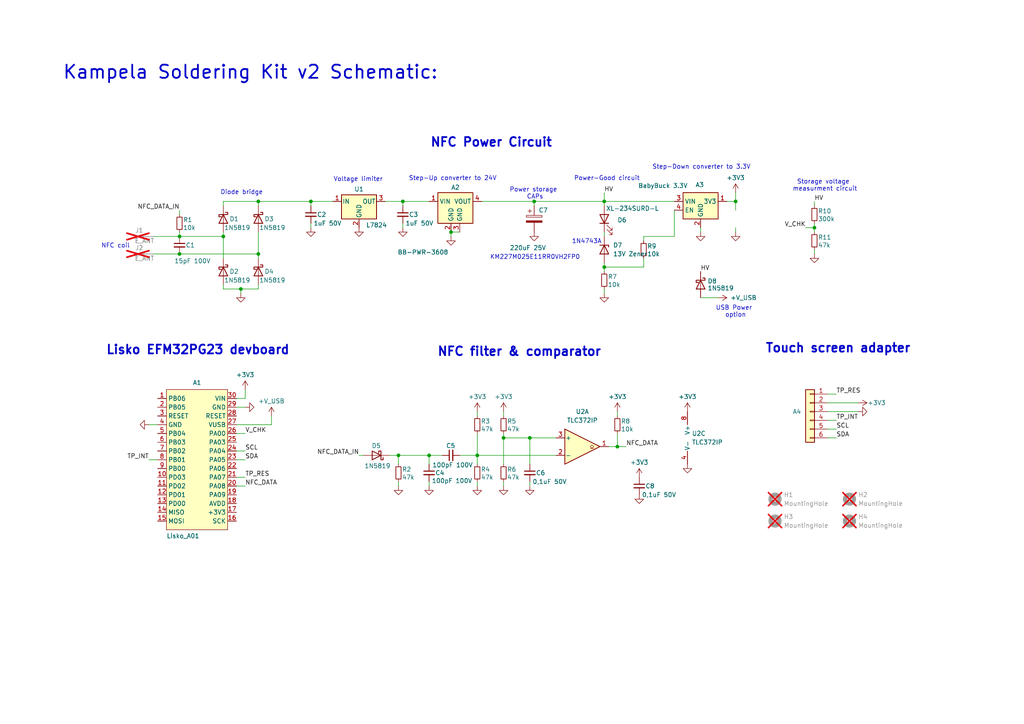
<source format=kicad_sch>
(kicad_sch (version 20231120) (generator "eeschema") (generator_version "8.0")
  (paper "A4")
  (lib_symbols
    (symbol "BB-PWR-3608:BB-PWR-3608"
      (property "Reference" "A" (at -10.16 4.318 0))
      (property "Value" "BB-PWR-3608" (at -10.16 -11.176 0))
      (symbol "BB-PWR-3608_1_1"
        (rectangle (start -10.16 2.54) (end 0 -6.35) (stroke (width 0.254)) (fill (type background)))
        (pin power_in line (at -12.7 0 0) (length 2.54) (name "VIN") (number "1"))
        (pin power_in line (at -6.35 -8.89 90) (length 2.54) (name "GND") (number "2"))
        (pin power_out line (at -3.81 -8.89 90) (length 2.54) (name "GND") (number "3"))
        (pin power_out line (at 2.54 0 180) (length 2.54) (name "VOUT") (number "4"))
      )
    )
    (symbol "Comparator:LM2903" (pin_names (offset 0.127))
      (property "Reference" "U" (at 3.81 3.81 0))
      (property "Value" "LM2903" (at 6.35 -3.81 0))
      (symbol "LM2903_1_1"
        (polyline (pts (xy -5.08 5.08) (xy 5.08 0) (xy -5.08 -5.08) (xy -5.08 5.08)) (stroke (width 0.254)) (fill (type background)))
        (polyline (pts (xy 3.302 -0.508) (xy 2.794 -0.508) (xy 3.302 0) (xy 2.794 0.508) (xy 2.286 0) (xy 2.794 -0.508) (xy 2.286 -0.508)) (stroke (width 0.127)))
        (pin open_collector line (at 7.62 0 180) (length 2.54) (name "~") (number "1"))
        (pin input line (at -7.62 -2.54 0) (length 2.54) (name "-") (number "2"))
        (pin input line (at -7.62 2.54 0) (length 2.54) (name "+") (number "3"))
      )
      (symbol "LM2903_2_1"
        (polyline (pts (xy -5.08 5.08) (xy 5.08 0) (xy -5.08 -5.08) (xy -5.08 5.08)) (stroke (width 0.254)) (fill (type background)))
        (polyline (pts (xy 3.302 -0.508) (xy 2.794 -0.508) (xy 3.302 0) (xy 2.794 0.508) (xy 2.286 0) (xy 2.794 -0.508) (xy 2.286 -0.508)) (stroke (width 0.127)))
        (pin input line (at -7.62 2.54 0) (length 2.54) (name "+") (number "5"))
        (pin input line (at -7.62 -2.54 0) (length 2.54) (name "-") (number "6"))
        (pin open_collector line (at 7.62 0 180) (length 2.54) (name "~") (number "7"))
      )
      (symbol "LM2903_3_1"
        (pin power_in line (at -2.54 -7.62 90) (length 3.81) (name "V-") (number "4"))
        (pin power_in line (at -2.54 7.62 270) (length 3.81) (name "V+") (number "8"))
      )
    )
    (symbol "Connector:Conn_01x01_Male" (pin_numbers hide) (pin_names (offset 1.016) hide)
      (property "Reference" "J" (at 0 2.54 0))
      (property "Value" "Conn_01x01_Male" (at 0 -2.54 0))
      (symbol "Conn_01x01_Male_1_1"
        (polyline (pts (xy 1.27 0) (xy 0.8636 0)) (stroke (width 0.1524)))
        (rectangle (start 0.8636 0.127) (end 0 -0.127) (stroke (width 0.1524)) (fill (type outline)))
        (pin passive line (at 5.08 0 180) (length 3.81) (name "Pin_1") (number "1"))
      )
    )
    (symbol "Connector_Generic:Conn_01x06" (pin_names (offset 1.016) hide)
      (property "Reference" "J" (at 0 7.62 0))
      (property "Value" "Conn_01x06" (at 0 -10.16 0))
      (symbol "Conn_01x06_1_1"
        (rectangle (start -1.27 -7.493) (end 0 -7.747) (stroke (width 0.1524)))
        (rectangle (start -1.27 -4.953) (end 0 -5.207) (stroke (width 0.1524)))
        (rectangle (start -1.27 -2.413) (end 0 -2.667) (stroke (width 0.1524)))
        (rectangle (start -1.27 0.127) (end 0 -0.127) (stroke (width 0.1524)))
        (rectangle (start -1.27 2.667) (end 0 2.413) (stroke (width 0.1524)))
        (rectangle (start -1.27 5.207) (end 0 4.953) (stroke (width 0.1524)))
        (rectangle (start -1.27 6.35) (end 1.27 -8.89) (stroke (width 0.254)) (fill (type background)))
        (pin passive line (at -5.08 5.08 0) (length 3.81) (name "Pin_1") (number "1"))
        (pin passive line (at -5.08 2.54 0) (length 3.81) (name "Pin_2") (number "2"))
        (pin passive line (at -5.08 0 0) (length 3.81) (name "Pin_3") (number "3"))
        (pin passive line (at -5.08 -2.54 0) (length 3.81) (name "Pin_4") (number "4"))
        (pin passive line (at -5.08 -5.08 0) (length 3.81) (name "Pin_5") (number "5"))
        (pin passive line (at -5.08 -7.62 0) (length 3.81) (name "Pin_6") (number "6"))
      )
    )
    (symbol "Device:C_Polarized" (pin_numbers hide) (pin_names (offset 0.254))
      (property "Reference" "C" (at 0.635 2.54 0))
      (property "Value" "C_Polarized" (at 0.635 -2.54 0))
      (symbol "C_Polarized_0_1"
        (rectangle (start -2.286 0.508) (end 2.286 1.016))
        (polyline (pts (xy -1.778 2.286) (xy -0.762 2.286)))
        (polyline (pts (xy -1.27 2.794) (xy -1.27 1.778)))
        (rectangle (start 2.286 -0.508) (end -2.286 -1.016) (fill (type outline)))
      )
      (symbol "C_Polarized_1_1"
        (pin passive line (at 0 3.81 270) (length 2.794) (name "~") (number "1"))
        (pin passive line (at 0 -3.81 90) (length 2.794) (name "~") (number "2"))
      )
    )
    (symbol "Device:C_Small" (pin_numbers hide) (pin_names (offset 0.254) hide)
      (property "Reference" "C" (at 0.254 1.778 0))
      (property "Value" "C_Small" (at 0.254 -2.032 0))
      (symbol "C_Small_0_1"
        (polyline (pts (xy -1.524 -0.508) (xy 1.524 -0.508)) (stroke (width 0.3302)))
        (polyline (pts (xy -1.524 0.508) (xy 1.524 0.508)) (stroke (width 0.3048)))
      )
      (symbol "C_Small_1_1"
        (pin passive line (at 0 2.54 270) (length 2.032) (name "~") (number "1"))
        (pin passive line (at 0 -2.54 90) (length 2.032) (name "~") (number "2"))
      )
    )
    (symbol "Device:D_Schottky" (pin_numbers hide) (pin_names (offset 1.016) hide)
      (property "Reference" "D" (at 0 2.54 0))
      (property "Value" "D_Schottky" (at 0 -2.54 0))
      (symbol "D_Schottky_0_1"
        (polyline (pts (xy 1.27 0) (xy -1.27 0)))
        (polyline (pts (xy 1.27 1.27) (xy 1.27 -1.27) (xy -1.27 0) (xy 1.27 1.27)) (stroke (width 0.254)))
        (polyline (pts (xy -1.905 0.635) (xy -1.905 1.27) (xy -1.27 1.27) (xy -1.27 -1.27) (xy -0.635 -1.27) (xy -0.635 -0.635)) (stroke (width 0.254)))
      )
      (symbol "D_Schottky_1_1"
        (pin passive line (at -3.81 0 0) (length 2.54) (name "K") (number "1"))
        (pin passive line (at 3.81 0 180) (length 2.54) (name "A") (number "2"))
      )
    )
    (symbol "Device:D_Zener" (pin_numbers hide) (pin_names (offset 1.016) hide)
      (property "Reference" "D" (at 0 2.54 0))
      (property "Value" "D_Zener" (at 0 -2.54 0))
      (symbol "D_Zener_0_1"
        (polyline (pts (xy 1.27 0) (xy -1.27 0)))
        (polyline (pts (xy -1.27 -1.27) (xy -1.27 1.27) (xy -0.762 1.27)) (stroke (width 0.254)))
        (polyline (pts (xy 1.27 -1.27) (xy 1.27 1.27) (xy -1.27 0) (xy 1.27 -1.27)) (stroke (width 0.254)))
      )
      (symbol "D_Zener_1_1"
        (pin passive line (at -3.81 0 0) (length 2.54) (name "K") (number "1"))
        (pin passive line (at 3.81 0 180) (length 2.54) (name "A") (number "2"))
      )
    )
    (symbol "Device:LED" (pin_numbers hide) (pin_names (offset 1.016) hide)
      (property "Reference" "D" (at 0 2.54 0))
      (property "Value" "LED" (at 0 -2.54 0))
      (symbol "LED_0_1"
        (polyline (pts (xy -1.27 -1.27) (xy -1.27 1.27)) (stroke (width 0.254)))
        (polyline (pts (xy -1.27 0) (xy 1.27 0)))
        (polyline (pts (xy 1.27 -1.27) (xy 1.27 1.27) (xy -1.27 0) (xy 1.27 -1.27)) (stroke (width 0.254)))
        (polyline (pts (xy -3.048 -0.762) (xy -4.572 -2.286) (xy -3.81 -2.286) (xy -4.572 -2.286) (xy -4.572 -1.524)))
        (polyline (pts (xy -1.778 -0.762) (xy -3.302 -2.286) (xy -2.54 -2.286) (xy -3.302 -2.286) (xy -3.302 -1.524)))
      )
      (symbol "LED_1_1"
        (pin passive line (at -3.81 0 0) (length 2.54) (name "K") (number "1"))
        (pin passive line (at 3.81 0 180) (length 2.54) (name "A") (number "2"))
      )
    )
    (symbol "Device:R_Small" (pin_numbers hide) (pin_names (offset 0.254) hide)
      (property "Reference" "R" (at 0.762 0.508 0))
      (property "Value" "R_Small" (at 0.762 -1.016 0))
      (symbol "R_Small_0_1"
        (rectangle (start -0.762 1.778) (end 0.762 -1.778) (stroke (width 0.2032)))
      )
      (symbol "R_Small_1_1"
        (pin passive line (at 0 2.54 270) (length 0.762) (name "~") (number "1"))
        (pin passive line (at 0 -2.54 90) (length 0.762) (name "~") (number "2"))
      )
    )
    (symbol "Lisko_A01:Lisko_A01"
      (property "Reference" "D" (at 3.048 4.826 0))
      (property "Value" "Lisko_A01" (at 7.366 -39.878 0))
      (symbol "Lisko_A01_1_1"
        (rectangle (start 2.54 2.54) (end 20.32 -38.1) (fill (type background)))
        (pin bidirectional line (at 0 0 0) (length 2.54) (name "PB06") (number "1"))
        (pin input line (at 0 -22.86 0) (length 2.54) (name "PD03") (number "10"))
        (pin input line (at 0 -25.4 0) (length 2.54) (name "PD02") (number "11"))
        (pin input line (at 0 -27.94 0) (length 2.54) (name "PD01") (number "12"))
        (pin input line (at 0 -30.48 0) (length 2.54) (name "PD00") (number "13"))
        (pin input line (at 0 -33.02 0) (length 2.54) (name "MISO") (number "14"))
        (pin output line (at 0 -35.56 0) (length 2.54) (name "MOSI") (number "15"))
        (pin output line (at 22.86 -35.56 180) (length 2.54) (name "SCK") (number "16"))
        (pin power_out line (at 22.86 -33.02 180) (length 2.54) (name "+3V3") (number "17"))
        (pin power_in line (at 22.86 -30.48 180) (length 2.54) (name "AVDD") (number "18"))
        (pin bidirectional line (at 22.86 -27.94 180) (length 2.54) (name "PA09") (number "19"))
        (pin bidirectional line (at 0 -2.54 0) (length 2.54) (name "PB05") (number "2"))
        (pin bidirectional line (at 22.86 -25.4 180) (length 2.54) (name "PA08") (number "20"))
        (pin bidirectional line (at 22.86 -22.86 180) (length 2.54) (name "PA07") (number "21"))
        (pin bidirectional line (at 22.86 -20.32 180) (length 2.54) (name "PA06") (number "22"))
        (pin bidirectional line (at 22.86 -17.78 180) (length 2.54) (name "PA05") (number "23"))
        (pin bidirectional line (at 22.86 -15.24 180) (length 2.54) (name "PA04") (number "24"))
        (pin bidirectional line (at 22.86 -12.7 180) (length 2.54) (name "PA03") (number "25"))
        (pin bidirectional line (at 22.86 -10.16 180) (length 2.54) (name "PA00") (number "26"))
        (pin power_out line (at 22.86 -7.62 180) (length 2.54) (name "VUSB") (number "27"))
        (pin input line (at 22.86 -5.08 180) (length 2.54) (name "RESET") (number "28"))
        (pin power_in line (at 22.86 -2.54 180) (length 2.54) (name "GND") (number "29"))
        (pin input line (at 0 -5.08 0) (length 2.54) (name "RESET") (number "3"))
        (pin power_in line (at 22.86 0 180) (length 2.54) (name "VIN") (number "30"))
        (pin power_in line (at 0 -7.62 0) (length 2.54) (name "GND") (number "4"))
        (pin input line (at 0 -10.16 0) (length 2.54) (name "PB04") (number "5"))
        (pin input line (at 0 -12.7 0) (length 2.54) (name "PB03") (number "6"))
        (pin input line (at 0 -15.24 0) (length 2.54) (name "PB02") (number "7"))
        (pin input line (at 0 -17.78 0) (length 2.54) (name "PB01") (number "8"))
        (pin input line (at 0 -20.32 0) (length 2.54) (name "PB00") (number "9"))
      )
    )
    (symbol "Mechanical:MountingHole" (pin_names (offset 1.016))
      (property "Reference" "H" (at 0 5.08 0))
      (property "Value" "MountingHole" (at 0 3.175 0))
      (symbol "MountingHole_0_1"
        (circle (center 0 0) (radius 1.27) (stroke (width 1.27)))
      )
    )
    (symbol "Modules_Power:SparkFun_BabyBuck_3.3V"
      (property "Reference" "A" (at -10.414 6.604 0))
      (property "Value" "SparkFun BabyBuck 3.3V (AP63203)" (at 7.112 4.318 0))
      (symbol "SparkFun_BabyBuck_3.3V_1_1"
        (rectangle (start -10.16 2.54) (end 0 -5.08) (stroke (width 0.254)) (fill (type background)))
        (pin power_out line (at 2.54 0 180) (length 2.54) (name "3V3") (number "1"))
        (pin power_in line (at -5.08 -7.62 90) (length 2.54) (name "GND") (number "2"))
        (pin power_in line (at -12.7 0 0) (length 2.54) (name "VIN") (number "3"))
        (pin input line (at -12.7 -2.54 0) (length 2.54) (name "EN") (number "4"))
      )
    )
    (symbol "Regulator_Linear:L7824" (pin_names (offset 0.254))
      (property "Reference" "U" (at -3.81 3.175 0))
      (property "Value" "L7824" (at 0 3.175 0))
      (symbol "L7824_0_1"
        (rectangle (start -5.08 1.905) (end 5.08 -5.08) (stroke (width 0.254)) (fill (type background)))
      )
      (symbol "L7824_1_1"
        (pin power_in line (at -7.62 0 0) (length 2.54) (name "IN") (number "1"))
        (pin power_in line (at 0 -7.62 90) (length 2.54) (name "GND") (number "2"))
        (pin power_out line (at 7.62 0 180) (length 2.54) (name "OUT") (number "3"))
      )
    )
    (symbol "power:GND" (power) (pin_names (offset 0))
      (property "Value" "GND" (at 0 -3.81 0))
      (symbol "GND_0_1"
        (polyline (pts (xy 0 0) (xy 0 -1.27) (xy 1.27 -1.27) (xy 0 -2.54) (xy -1.27 -1.27) (xy 0 -1.27)))
      )
      (symbol "GND_1_1"
        (pin power_in line (at 0 0 270) (length 0) hide (name "GND") (number "1"))
      )
    )
    (symbol "power:VCC" (power) (pin_names (offset 0))
      (property "Value" "VCC" (at 0 3.81 0))
      (symbol "VCC_0_1"
        (polyline (pts (xy -0.762 1.27) (xy 0 2.54)))
        (polyline (pts (xy 0 0) (xy 0 2.54)))
        (polyline (pts (xy 0 2.54) (xy 0.762 1.27)))
      )
      (symbol "VCC_1_1"
        (pin power_in line (at 0 0 90) (length 0) hide (name "VCC") (number "1"))
      )
    )
  )
  (junction (at 130.81 67.31))
  (junction (at 74.93 73.66))
  (junction (at 74.93 58.42))
  (junction (at 124.46 132.08))
  (junction (at 52.07 73.66))
  (junction (at 138.43 132.08))
  (junction (at 115.57 132.08))
  (junction (at 64.77 68.58))
  (junction (at 153.67 127))
  (junction (at 175.26 77.47))
  (junction (at 213.36 58.42))
  (junction (at 116.84 58.42))
  (junction (at 175.26 58.42))
  (junction (at 69.85 83.82))
  (junction (at 236.22 66.04))
  (junction (at 90.17 58.42))
  (junction (at 154.94 58.42))
  (junction (at 146.05 127))
  (junction (at 179.07 129.54))
  (junction (at 52.07 68.58))
  (wire (pts (xy 175.26 83.82) (xy 175.26 85.09)))
  (wire (pts (xy 213.36 58.42) (xy 210.82 58.42)))
  (wire (pts (xy 68.58 130.81) (xy 71.12 130.81)))
  (wire (pts (xy 43.18 123.19) (xy 45.72 123.19)))
  (wire (pts (xy 153.67 127) (xy 161.29 127)))
  (wire (pts (xy 115.57 132.08) (xy 113.03 132.08)))
  (wire (pts (xy 153.67 139.7) (xy 153.67 140.97)))
  (wire (pts (xy 43.18 133.35) (xy 45.72 133.35)))
  (wire (pts (xy 175.26 77.47) (xy 186.69 77.47)))
  (wire (pts (xy 195.58 68.58) (xy 186.69 68.58)))
  (wire (pts (xy 115.57 134.62) (xy 115.57 132.08)))
  (wire (pts (xy 138.43 125.73) (xy 138.43 132.08)))
  (wire (pts (xy 179.07 119.38) (xy 179.07 120.65)))
  (wire (pts (xy 236.22 58.42) (xy 236.22 59.69)))
  (wire (pts (xy 74.93 58.42) (xy 74.93 59.69)))
  (wire (pts (xy 64.77 83.82) (xy 69.85 83.82)))
  (wire (pts (xy 213.36 58.42) (xy 213.36 60.96)))
  (wire (pts (xy 175.26 58.42) (xy 195.58 58.42)))
  (wire (pts (xy 116.84 66.04) (xy 116.84 64.77)))
  (wire (pts (xy 116.84 58.42) (xy 124.46 58.42)))
  (wire (pts (xy 68.58 133.35) (xy 71.12 133.35)))
  (wire (pts (xy 175.26 76.2) (xy 175.26 77.47)))
  (wire (pts (xy 179.07 129.54) (xy 181.61 129.54)))
  (wire (pts (xy 90.17 58.42) (xy 90.17 59.69)))
  (wire (pts (xy 68.58 123.19) (xy 78.74 123.19)))
  (wire (pts (xy 179.07 129.54) (xy 179.07 125.73)))
  (wire (pts (xy 240.03 127) (xy 242.57 127)))
  (wire (pts (xy 44.45 68.58) (xy 52.07 68.58)))
  (wire (pts (xy 124.46 134.62) (xy 124.46 132.08)))
  (wire (pts (xy 236.22 64.77) (xy 236.22 66.04)))
  (wire (pts (xy 138.43 139.7) (xy 138.43 140.97)))
  (wire (pts (xy 138.43 132.08) (xy 161.29 132.08)))
  (wire (pts (xy 133.35 132.08) (xy 138.43 132.08)))
  (wire (pts (xy 71.12 115.57) (xy 68.58 115.57)))
  (wire (pts (xy 68.58 138.43) (xy 71.12 138.43)))
  (wire (pts (xy 146.05 119.38) (xy 146.05 120.65)))
  (wire (pts (xy 153.67 127) (xy 153.67 134.62)))
  (wire (pts (xy 64.77 59.69) (xy 64.77 58.42)))
  (wire (pts (xy 52.07 73.66) (xy 74.93 73.66)))
  (wire (pts (xy 64.77 68.58) (xy 64.77 74.93)))
  (wire (pts (xy 240.03 124.46) (xy 242.57 124.46)))
  (wire (pts (xy 124.46 132.08) (xy 128.27 132.08)))
  (wire (pts (xy 130.81 67.31) (xy 130.81 68.58)))
  (wire (pts (xy 139.7 58.42) (xy 154.94 58.42)))
  (wire (pts (xy 69.85 83.82) (xy 74.93 83.82)))
  (wire (pts (xy 104.14 132.08) (xy 105.41 132.08)))
  (wire (pts (xy 146.05 127) (xy 153.67 127)))
  (wire (pts (xy 74.93 73.66) (xy 74.93 74.93)))
  (wire (pts (xy 138.43 119.38) (xy 138.43 120.65)))
  (wire (pts (xy 116.84 58.42) (xy 116.84 59.69)))
  (wire (pts (xy 44.45 73.66) (xy 52.07 73.66)))
  (wire (pts (xy 154.94 58.42) (xy 154.94 59.69)))
  (wire (pts (xy 64.77 58.42) (xy 74.93 58.42)))
  (wire (pts (xy 175.26 58.42) (xy 175.26 59.69)))
  (wire (pts (xy 240.03 114.3) (xy 242.57 114.3)))
  (wire (pts (xy 236.22 72.39) (xy 236.22 73.66)))
  (wire (pts (xy 74.93 58.42) (xy 90.17 58.42)))
  (wire (pts (xy 213.36 55.88) (xy 213.36 58.42)))
  (wire (pts (xy 90.17 58.42) (xy 96.52 58.42)))
  (wire (pts (xy 175.26 77.47) (xy 175.26 78.74)))
  (wire (pts (xy 195.58 68.58) (xy 195.58 60.96)))
  (wire (pts (xy 138.43 132.08) (xy 138.43 134.62)))
  (wire (pts (xy 175.26 67.31) (xy 175.26 68.58)))
  (wire (pts (xy 74.93 67.31) (xy 74.93 73.66)))
  (wire (pts (xy 213.36 67.31) (xy 213.36 66.04)))
  (wire (pts (xy 52.07 68.58) (xy 64.77 68.58)))
  (wire (pts (xy 68.58 125.73) (xy 71.12 125.73)))
  (wire (pts (xy 133.35 67.31) (xy 130.81 67.31)))
  (wire (pts (xy 78.74 123.19) (xy 78.74 120.65)))
  (wire (pts (xy 90.17 66.04) (xy 90.17 64.77)))
  (wire (pts (xy 111.76 58.42) (xy 116.84 58.42)))
  (wire (pts (xy 74.93 83.82) (xy 74.93 82.55)))
  (wire (pts (xy 233.68 66.04) (xy 236.22 66.04)))
  (wire (pts (xy 64.77 82.55) (xy 64.77 83.82)))
  (wire (pts (xy 203.2 86.36) (xy 208.28 86.36)))
  (wire (pts (xy 124.46 139.7) (xy 124.46 140.97)))
  (wire (pts (xy 176.53 129.54) (xy 179.07 129.54)))
  (wire (pts (xy 68.58 118.11) (xy 71.12 118.11)))
  (wire (pts (xy 186.69 68.58) (xy 186.69 69.85)))
  (wire (pts (xy 115.57 132.08) (xy 124.46 132.08)))
  (wire (pts (xy 64.77 67.31) (xy 64.77 68.58)))
  (wire (pts (xy 146.05 125.73) (xy 146.05 127)))
  (wire (pts (xy 154.94 58.42) (xy 175.26 58.42)))
  (wire (pts (xy 71.12 113.03) (xy 71.12 115.57)))
  (wire (pts (xy 69.85 85.09) (xy 69.85 83.82)))
  (wire (pts (xy 203.2 66.04) (xy 203.2 67.31)))
  (wire (pts (xy 52.07 67.31) (xy 52.07 68.58)))
  (wire (pts (xy 175.26 55.88) (xy 175.26 58.42)))
  (wire (pts (xy 146.05 127) (xy 146.05 134.62)))
  (wire (pts (xy 52.07 60.96) (xy 52.07 62.23)))
  (wire (pts (xy 186.69 74.93) (xy 186.69 77.47)))
  (wire (pts (xy 115.57 139.7) (xy 115.57 140.97)))
  (wire (pts (xy 146.05 139.7) (xy 146.05 140.97)))
  (wire (pts (xy 240.03 121.92) (xy 242.57 121.92)))
  (wire (pts (xy 240.03 119.38) (xy 248.92 119.38)))
  (wire (pts (xy 248.92 116.84) (xy 240.03 116.84)))
  (wire (pts (xy 68.58 140.97) (xy 71.12 140.97)))
  (wire (pts (xy 236.22 66.04) (xy 236.22 67.31)))
  (text "1N4743A" (at 170.18 70.104 0) (effects (font (size 1.27 1.27))))
  (text "Lisko EFM32PG23 devboard" (at 57.404 101.6 0) (effects (font (size 2.54 2.54) (thickness 0.508) (bold yes))))
  (text "Kampela Soldering Kit v2 Schematic:" (at 72.644 21.082 0) (effects (font (size 3.81 3.81) (thickness 0.508) (bold yes))))
  (text "NFC Power Circuit" (at 142.494 41.402 0) (effects (font (size 2.54 2.54) (thickness 0.508) (bold yes))))
  (text "Step-Down converter to 3.3V" (at 203.454 48.514 0) (effects (font (size 1.27 1.27))))
  (text "KM227M025E11RR0VH2FP0" (at 155.194 74.676 0) (effects (font (size 1.27 1.27))))
  (text "USB Power \noption" (at 213.36 90.424 0) (effects (font (size 1.27 1.27))))
  (text "NFC filter & comparator\n" (at 150.622 102.108 0) (effects (font (size 2.54 2.54) (thickness 0.508) (bold yes))))
  (text "Voltage limiter" (at 103.886 52.07 0) (effects (font (size 1.27 1.27))))
  (text "Storage voltage \nmeasurment circuit" (at 239.268 53.848 0) (effects (font (size 1.27 1.27))))
  (text "Diode bridge" (at 70.104 55.88 0) (effects (font (size 1.27 1.27))))
  (text "Touch screen adapter" (at 243.078 101.092 0) (effects (font (size 2.54 2.54) (thickness 0.508) (bold yes))))
  (text "NFC coil" (at 33.528 71.374 0) (effects (font (size 1.27 1.27))))
  (text "Step-Up converter to 24V" (at 131.318 51.816 0) (effects (font (size 1.27 1.27))))
  (text "Power-Good circuit" (at 176.022 51.816 0) (effects (font (size 1.27 1.27))))
  (text "Power storage \nCAPs" (at 155.194 56.134 0) (effects (font (size 1.27 1.27))))
  (label "HV" (at 236.22 58.42 0))
  (label "NFC_DATA_IN" (at 52.07 60.96 180))
  (label "SCL" (at 71.12 130.81 0))
  (label "TP_INT" (at 43.18 133.35 180))
  (label "HV" (at 175.26 55.88 0))
  (label "TP_INT" (at 242.57 121.92 0))
  (label "V_CHK" (at 71.12 125.73 0))
  (label "SDA" (at 242.57 127 0))
  (label "NFC_DATA" (at 181.61 129.54 0))
  (label "HV" (at 203.2 78.74 0))
  (label "SDA" (at 71.12 133.35 0))
  (label "NFC_DATA" (at 71.12 140.97 0))
  (label "NFC_DATA_IN" (at 104.14 132.08 180))
  (label "V_CHK" (at 233.68 66.04 180))
  (label "SCL" (at 242.57 124.46 0))
  (label "TP_RES" (at 71.12 138.43 0))
  (label "TP_RES" (at 242.57 114.3 0))
  (symbol (lib_id "power:GND") (at 153.67 140.97 0) (unit 1)
    (property "Reference" "#PWR016" (effects (hide yes)))
    (property "Value" "GND" (effects (hide yes)))
    (property "Description" "Power symbol creates a global label with name \"GND\" , ground" (effects (hide yes)))
  )
  (symbol (lib_id "power:GND") (at 199.39 134.62 0) (unit 1)
    (property "Reference" "#PWR023" (effects (hide yes)))
    (property "Value" "GND" (effects (hide yes)))
    (property "Description" "Power symbol creates a global label with name \"GND\" , ground" (effects (hide yes)))
  )
  (symbol (lib_id "Device:C_Small") (at 90.17 62.23 0) (unit 1)
    (property "Reference" "C2" (at 91.948 62.23 0) (effects (justify left)))
    (property "Value" "1uF 50V" (at 90.932 64.77 0) (effects (justify left)))
    (property "Footprint" "Capacitor_THT:C_Disc_D5.0mm_W2.5mm_P2.50mm" (effects (hide yes)))
    (property "Description" "Unpolarized capacitor, small symbol" (effects (hide yes)))
    (property "LCSC Part #" "C5632434" (effects (hide yes)))
    (property "Mouser Part #" "81-RCER72A105K2DBH3A" (effects (hide yes)))
  )
  (symbol (lib_id "Connector_Generic:Conn_01x06") (at 234.95 119.38 0) (mirror y) (unit 1)
    (property "Reference" "A4" (at 232.41 119.3799 0) (effects (justify left)))
    (property "Value" " " (at 232.41 121.9199 0) (effects (justify left)))
    (property "Footprint" "touch-6pin-adapter:touch-6pin-adapter" (effects (hide yes)))
    (property "Description" "Generic connector, single row, 01x06, script generated (kicad-library-utils/schlib/autogen/connector/)" (effects (hide yes)))
    (property "LCSC Part #" "-" (effects (hide yes)))
    (property "Mouser Part #" "-" (effects (hide yes)))
  )
  (symbol (lib_id "power:GND") (at 90.17 66.04 0) (unit 1)
    (property "Reference" "#PWR06" (effects (hide yes)))
    (property "Value" "GND" (effects (hide yes)))
    (property "Description" "Power symbol creates a global label with name \"GND\" , ground" (effects (hide yes)))
  )
  (symbol (lib_id "Device:R_Small") (at 236.22 69.85 0) (unit 1)
    (property "Reference" "R11" (at 237.236 68.834 0) (effects (justify left)))
    (property "Value" "47k" (at 237.236 71.12 0) (effects (justify left)))
    (property "Footprint" "Resistor_THT:R_Axial_DIN0204_L3.6mm_D1.6mm_P5.08mm_Horizontal" (effects (hide yes)))
    (property "Description" "Resistor, small symbol" (effects (hide yes)))
    (property "LCSC Part #" "C274421" (effects (hide yes)))
    (property "Mouser Part #" "303-MF0W8FF4702B00" (effects (hide yes)))
  )
  (symbol (lib_id "power:GND") (at 213.36 67.31 0) (unit 1)
    (property "Reference" "#PWR027" (effects (hide yes)))
    (property "Value" "GND" (effects (hide yes)))
    (property "Description" "Power symbol creates a global label with name \"GND\" , ground" (effects (hide yes)))
  )
  (symbol (lib_id "Device:R_Small") (at 175.26 81.28 0) (unit 1)
    (property "Reference" "R7" (at 176.276 80.264 0) (effects (justify left)))
    (property "Value" "10k" (at 176.276 82.55 0) (effects (justify left)))
    (property "Footprint" "Resistor_THT:R_Axial_DIN0204_L3.6mm_D1.6mm_P5.08mm_Horizontal" (effects (hide yes)))
    (property "Description" "Resistor, small symbol" (effects (hide yes)))
    (property "LCSC Part #" "C2903381" (effects (hide yes)))
    (property "Mouser Part #" "303-MF0W8FF1002A20" (effects (hide yes)))
  )
  (symbol (lib_id "Device:D_Schottky") (at 74.93 63.5 270) (unit 1)
    (property "Reference" "D3" (at 76.708 63.5 90) (effects (justify left)))
    (property "Value" "1N5819" (at 75.184 66.04 90) (effects (justify left)))
    (property "Footprint" "Diode_THT:D_DO-41_SOD81_P7.62mm_Horizontal" (effects (hide yes)))
    (property "Description" "Schottky diode" (effects (hide yes)))
    (property "LCSC Part #" "C2474" (effects (hide yes)))
    (property "Mouser Part #" "637-1N5819" (effects (hide yes)))
  )
  (symbol (lib_id "Device:R_Small") (at 146.05 123.19 0) (unit 1)
    (property "Reference" "R5" (at 147.066 122.174 0) (effects (justify left)))
    (property "Value" "47k" (at 147.066 124.46 0) (effects (justify left)))
    (property "Footprint" "Resistor_THT:R_Axial_DIN0204_L3.6mm_D1.6mm_P5.08mm_Horizontal" (effects (hide yes)))
    (property "Description" "Resistor, small symbol" (effects (hide yes)))
    (property "LCSC Part #" "C274421" (effects (hide yes)))
    (property "Mouser Part #" "303-MF0W8FF4702B00" (effects (hide yes)))
  )
  (symbol (lib_id "power:GND") (at 236.22 73.66 0) (unit 1)
    (property "Reference" "#PWR028" (effects (hide yes)))
    (property "Value" "GND" (effects (hide yes)))
    (property "Description" "Power symbol creates a global label with name \"GND\" , ground" (effects (hide yes)))
  )
  (symbol (lib_id "Connector:Conn_01x01_Male") (at 39.37 68.58 0) (mirror x) (unit 1) (dnp yes)
    (property "Reference" "J1" (at 40.386 66.802 0))
    (property "Value" "E_ANT" (at 41.91 69.85 0))
    (property "Footprint" "SMD_Pads:Pad_1.8x3" (effects (hide yes)))
    (property "LCSC Part #" "-" (effects (hide yes)))
    (property "Mouser Part #" "-" (effects (hide yes)))
  )
  (symbol (lib_id "power:GND") (at 115.57 140.97 0) (unit 1)
    (property "Reference" "#PWR08" (effects (hide yes)))
    (property "Value" "GND" (effects (hide yes)))
    (property "Description" "Power symbol creates a global label with name \"GND\" , ground" (effects (hide yes)))
  )
  (symbol (lib_id "power:VCC") (at 71.12 113.03 0) (unit 1)
    (property "Reference" "#PWR03" (effects (hide yes)))
    (property "Value" "+3V3" (at 71.12 108.712 0))
    (property "Description" "Power symbol creates a global label with name \"VCC\"" (effects (hide yes)))
  )
  (symbol (lib_id "Device:C_Polarized") (at 154.94 63.5 0) (unit 1)
    (property "Reference" "C7" (at 156.21 60.96 0) (effects (justify left)))
    (property "Value" "220uF 25V" (at 147.828 71.882 0) (effects (justify left)))
    (property "Footprint" "CAP_RADIAL_6.3_2.5_11_HOR:CAP_RADIAL_6.3_2.5_11_HOR-DIP" (effects (hide yes)))
    (property "Datasheet" "https://www.lcsc.com/product-detail/Aluminum-Electrolytic-Capacitors-Leaded_CX-Dongguan-Chengxing-Elec-KM227M025E11RR0VH2FP0_C12450.html" (effects (hide yes)))
    (property "Description" "Polarized capacitor" (effects (hide yes)))
    (property "LCSC Part #" "C12450" (effects (hide yes)))
    (property "Mouser Part #" "710-860010473011" (effects (hide yes)))
  )
  (symbol (lib_id "power:VCC") (at 208.28 86.36 270) (unit 1)
    (property "Reference" "#PWR025" (effects (hide yes)))
    (property "Value" "+V_USB" (at 215.646 86.36 90))
    (property "Description" "Power symbol creates a global label with name \"VCC\"" (effects (hide yes)))
  )
  (symbol (lib_id "power:GND") (at 138.43 140.97 0) (unit 1)
    (property "Reference" "#PWR013" (effects (hide yes)))
    (property "Value" "GND" (effects (hide yes)))
    (property "Description" "Power symbol creates a global label with name \"GND\" , ground" (effects (hide yes)))
  )
  (symbol (lib_id "power:VCC") (at 213.36 55.88 0) (unit 1)
    (property "Reference" "#PWR026" (effects (hide yes)))
    (property "Value" "+3V3" (at 213.36 51.562 0))
    (property "Description" "Power symbol creates a global label with name \"VCC\"" (effects (hide yes)))
  )
  (symbol (lib_id "Connector:Conn_01x01_Male") (at 39.37 73.66 0) (mirror x) (unit 1) (dnp yes)
    (property "Reference" "J2" (at 40.386 71.882 0))
    (property "Value" "E_ANT" (at 41.91 74.93 0))
    (property "Footprint" "SMD_Pads:Pad_1.8x3" (effects (hide yes)))
    (property "LCSC Part #" "-" (effects (hide yes)))
    (property "Mouser Part #" "-" (effects (hide yes)))
  )
  (symbol (lib_id "Lisko_A01:Lisko_A01") (at 45.72 115.57 0) (unit 1)
    (property "Reference" "A1" (at 57.15 110.998 0))
    (property "Value" "Lisko_A01" (at 53.086 155.448 0))
    (property "Footprint" "Lisko_A01:Lisko_A01-DIP-only" (effects (hide yes)))
    (property "Datasheet" "https://github.com/Alzymologist/Lisko" (effects (hide yes)))
    (property "Description" "Lisko - EFM32PG23 micro devboard" (effects (hide yes)))
    (property "LCSC Part #" "-" (effects (hide yes)))
    (property "Mouser Part #" "-" (effects (hide yes)))
  )
  (symbol (lib_id "power:GND") (at 116.84 66.04 0) (unit 1)
    (property "Reference" "#PWR09" (effects (hide yes)))
    (property "Value" "GND" (effects (hide yes)))
    (property "Description" "Power symbol creates a global label with name \"GND\" , ground" (effects (hide yes)))
  )
  (symbol (lib_id "power:GND") (at 248.92 119.38 90) (unit 1)
    (property "Reference" "#PWR031" (effects (hide yes)))
    (property "Value" "GND" (effects (hide yes)))
    (property "Description" "Power symbol creates a global label with name \"GND\" , ground" (effects (hide yes)))
  )
  (symbol (lib_id "Mechanical:MountingHole") (at 224.79 144.78 0) (unit 1) (dnp yes)
    (property "Reference" "H1" (at 227.33 143.5099 0) (effects (justify left)))
    (property "Value" "MountingHole" (at 227.33 146.0499 0) (effects (justify left)))
    (property "Footprint" "MountingHole:MountingHole_2.1mm" (effects (hide yes)))
    (property "Description" "Mounting Hole without connection" (effects (hide yes)))
  )
  (symbol (lib_id "Device:R_Small") (at 236.22 62.23 0) (unit 1)
    (property "Reference" "R10" (at 237.236 61.214 0) (effects (justify left)))
    (property "Value" "300k" (at 237.236 63.5 0) (effects (justify left)))
    (property "Footprint" "Resistor_THT:R_Axial_DIN0204_L3.6mm_D1.6mm_P5.08mm_Horizontal" (effects (hide yes)))
    (property "Description" "Resistor, small symbol" (effects (hide yes)))
    (property "LCSC Part #" "C433482" (effects (hide yes)))
    (property "Mouser Part #" "71-RN55E3003B" (effects (hide yes)))
  )
  (symbol (lib_id "Device:R_Small") (at 146.05 137.16 0) (unit 1)
    (property "Reference" "R6" (at 147.066 136.144 0) (effects (justify left)))
    (property "Value" "47k" (at 147.066 138.43 0) (effects (justify left)))
    (property "Footprint" "Resistor_THT:R_Axial_DIN0204_L3.6mm_D1.6mm_P5.08mm_Horizontal" (effects (hide yes)))
    (property "Description" "Resistor, small symbol" (effects (hide yes)))
    (property "LCSC Part #" "C274421" (effects (hide yes)))
    (property "Mouser Part #" "303-MF0W8FF4702B00" (effects (hide yes)))
  )
  (symbol (lib_id "Device:D_Schottky") (at 74.93 78.74 270) (unit 1)
    (property "Reference" "D4" (at 76.708 78.74 90) (effects (justify left)))
    (property "Value" "1N5819" (at 75.184 81.28 90) (effects (justify left)))
    (property "Footprint" "Diode_THT:D_DO-41_SOD81_P7.62mm_Horizontal" (effects (hide yes)))
    (property "Description" "Schottky diode" (effects (hide yes)))
    (property "LCSC Part #" "C2474" (effects (hide yes)))
    (property "Mouser Part #" "637-1N5819" (effects (hide yes)))
  )
  (symbol (lib_id "BB-PWR-3608:BB-PWR-3608") (at 137.16 58.42 0) (unit 1)
    (property "Reference" "A2" (at 132.08 54.356 0))
    (property "Value" "BB-PWR-3608" (at 122.682 73.152 0))
    (property "Footprint" "BB-PWR-3608:BB-PWR-3608-in-board" (effects (hide yes)))
    (property "Datasheet" "https://www.olimex.com/Products/Breadboarding/BB-PWR-3608/open-source-hardware" (effects (hide yes)))
    (property "LCSC Part #" "-" (effects (hide yes)))
    (property "Mouser Part #" "-" (effects (hide yes)))
  )
  (symbol (lib_id "power:GND") (at 203.2 67.31 0) (unit 1)
    (property "Reference" "#PWR024" (effects (hide yes)))
    (property "Value" "GND" (effects (hide yes)))
    (property "Description" "Power symbol creates a global label with name \"GND\" , ground" (effects (hide yes)))
  )
  (symbol (lib_id "power:VCC") (at 199.39 119.38 0) (unit 1)
    (property "Reference" "#PWR022" (effects (hide yes)))
    (property "Value" "+3V3" (at 199.39 115.062 0))
    (property "Description" "Power symbol creates a global label with name \"VCC\"" (effects (hide yes)))
  )
  (symbol (lib_id "power:VCC") (at 138.43 119.38 0) (unit 1)
    (property "Reference" "#PWR012" (effects (hide yes)))
    (property "Value" "+3V3" (at 138.43 115.062 0))
    (property "Description" "Power symbol creates a global label with name \"VCC\"" (effects (hide yes)))
  )
  (symbol (lib_id "Mechanical:MountingHole") (at 246.38 144.78 0) (unit 1) (dnp yes)
    (property "Reference" "H2" (at 248.92 143.5099 0) (effects (justify left)))
    (property "Value" "MountingHole" (at 248.92 146.0499 0) (effects (justify left)))
    (property "Footprint" "MountingHole:MountingHole_2.1mm" (effects (hide yes)))
    (property "Description" "Mounting Hole without connection" (effects (hide yes)))
  )
  (symbol (lib_id "power:GND") (at 69.85 85.09 0) (unit 1)
    (property "Reference" "#PWR02" (effects (hide yes)))
    (property "Value" "GND" (effects (hide yes)))
    (property "Description" "Power symbol creates a global label with name \"GND\" , ground" (effects (hide yes)))
  )
  (symbol (lib_id "Device:R_Small") (at 186.69 72.39 0) (unit 1)
    (property "Reference" "R9" (at 187.706 71.374 0) (effects (justify left)))
    (property "Value" "10k" (at 187.706 73.66 0) (effects (justify left)))
    (property "Footprint" "Resistor_THT:R_Axial_DIN0204_L3.6mm_D1.6mm_P5.08mm_Horizontal" (effects (hide yes)))
    (property "Description" "Resistor, small symbol" (effects (hide yes)))
    (property "LCSC Part #" "C2903381" (effects (hide yes)))
    (property "Mouser Part #" "303-MF0W8FF1002A20" (effects (hide yes)))
  )
  (symbol (lib_id "Comparator:LM2903") (at 168.91 129.54 0) (unit 1)
    (property "Reference" "U2" (at 168.91 119.38 0))
    (property "Value" "TLC372IP" (at 168.91 121.92 0))
    (property "Footprint" "Package_DIP:DIP-8_W7.62mm" (effects (hide yes)))
    (property "Datasheet" "https://www.ti.com/lit/ds/symlink/tlc372.pdf?ts=1714659513681&ref_url=https%253A%252F%252Fwww.google.com%252F" (effects (hide yes)))
    (property "LCSC Part #" "C2862094" (effects (hide yes)))
    (property "Mouser Part #" "595-TLC372IP" (effects (hide yes)))
  )
  (symbol (lib_id "Device:D_Schottky") (at 109.22 132.08 180) (unit 1)
    (property "Reference" "D5" (at 110.49 129.286 0) (effects (justify left)))
    (property "Value" "1N5819" (at 113.284 135.128 0) (effects (justify left)))
    (property "Footprint" "Diode_THT:D_DO-41_SOD81_P7.62mm_Horizontal" (effects (hide yes)))
    (property "Description" "Schottky diode" (effects (hide yes)))
    (property "LCSC Part #" "C2474" (effects (hide yes)))
    (property "Mouser Part #" "637-1N5819" (effects (hide yes)))
  )
  (symbol (lib_id "Modules_Power:SparkFun_BabyBuck_3.3V") (at 208.28 58.42 0) (unit 1)
    (property "Reference" "A3" (at 202.946 53.594 0))
    (property "Value" "BabyBuck 3.3V" (at 192.278 53.848 0))
    (property "Footprint" "Modules_Power:SparkFun_BabyBuck_3.3V-in-board" (effects (hide yes)))
    (property "Datasheet" "https://www.sparkfun.com/products/18357" (effects (hide yes)))
    (property "Description" "SparkFun BabyBuck Regulator Breakout - 3.3V (AP63203)" (effects (hide yes)))
    (property "LCSC Part #" "-" (effects (hide yes)))
    (property "Mouser Part #" "-" (effects (hide yes)))
  )
  (symbol (lib_id "Device:R_Small") (at 115.57 137.16 0) (unit 1)
    (property "Reference" "R2" (at 116.586 136.144 0) (effects (justify left)))
    (property "Value" "47k" (at 116.586 138.43 0) (effects (justify left)))
    (property "Footprint" "Resistor_THT:R_Axial_DIN0204_L3.6mm_D1.6mm_P5.08mm_Horizontal" (effects (hide yes)))
    (property "Description" "Resistor, small symbol" (effects (hide yes)))
    (property "LCSC Part #" "C274421" (effects (hide yes)))
    (property "Mouser Part #" "303-MF0W8FF4702B00" (effects (hide yes)))
  )
  (symbol (lib_id "Device:C_Small") (at 116.84 62.23 0) (unit 1)
    (property "Reference" "C3" (at 118.618 62.23 0) (effects (justify left)))
    (property "Value" "1uF 50V" (at 117.602 64.77 0) (effects (justify left)))
    (property "Footprint" "Capacitor_THT:C_Disc_D5.0mm_W2.5mm_P2.50mm" (effects (hide yes)))
    (property "Description" "Unpolarized capacitor, small symbol" (effects (hide yes)))
    (property "LCSC Part #" "C5632434" (effects (hide yes)))
    (property "Mouser Part #" "81-RCER72A105K2DBH3A" (effects (hide yes)))
  )
  (symbol (lib_id "Device:R_Small") (at 179.07 123.19 0) (unit 1)
    (property "Reference" "R8" (at 180.086 122.174 0) (effects (justify left)))
    (property "Value" "10k" (at 180.086 124.46 0) (effects (justify left)))
    (property "Footprint" "Resistor_THT:R_Axial_DIN0204_L3.6mm_D1.6mm_P5.08mm_Horizontal" (effects (hide yes)))
    (property "Description" "Resistor, small symbol" (effects (hide yes)))
    (property "LCSC Part #" "C2903381" (effects (hide yes)))
    (property "Mouser Part #" "303-MF0W8FF1002A20" (effects (hide yes)))
  )
  (symbol (lib_id "Device:D_Schottky") (at 203.2 82.55 270) (unit 1)
    (property "Reference" "D8" (at 205.232 81.534 90) (effects (justify left)))
    (property "Value" "1N5819" (at 205.232 83.566 90) (effects (justify left)))
    (property "Footprint" "Diode_THT:D_DO-41_SOD81_P7.62mm_Horizontal" (effects (hide yes)))
    (property "Description" "Schottky diode" (effects (hide yes)))
    (property "LCSC Part #" "C2474" (effects (hide yes)))
    (property "Mouser Part #" "637-1N5819" (effects (hide yes)))
  )
  (symbol (lib_id "Device:R_Small") (at 138.43 123.19 0) (unit 1)
    (property "Reference" "R3" (at 139.446 122.174 0) (effects (justify left)))
    (property "Value" "47k" (at 139.446 124.46 0) (effects (justify left)))
    (property "Footprint" "Resistor_THT:R_Axial_DIN0204_L3.6mm_D1.6mm_P5.08mm_Horizontal" (effects (hide yes)))
    (property "Description" "Resistor, small symbol" (effects (hide yes)))
    (property "LCSC Part #" "C274421" (effects (hide yes)))
    (property "Mouser Part #" "303-MF0W8FF4702B00" (effects (hide yes)))
  )
  (symbol (lib_id "power:GND") (at 154.94 67.31 0) (unit 1)
    (property "Reference" "#PWR017" (effects (hide yes)))
    (property "Value" "GND" (effects (hide yes)))
    (property "Description" "Power symbol creates a global label with name \"GND\" , ground" (effects (hide yes)))
  )
  (symbol (lib_id "Comparator:LM2903") (at 201.93 127 0) (unit 3)
    (property "Reference" "U2" (at 200.66 125.7299 0) (effects (justify left)))
    (property "Value" "TLC372IP" (at 200.66 128.2699 0) (effects (justify left)))
    (property "Footprint" "Package_DIP:DIP-8_W7.62mm" (effects (hide yes)))
    (property "Datasheet" "https://www.ti.com/lit/ds/symlink/tlc372.pdf?ts=1714659513681&ref_url=https%253A%252F%252Fwww.google.com%252F" (effects (hide yes)))
    (property "LCSC Part #" "C2862094" (effects (hide yes)))
    (property "Mouser Part #" "595-TLC372IP" (effects (hide yes)))
  )
  (symbol (lib_id "power:GND") (at 124.46 140.97 0) (unit 1)
    (property "Reference" "#PWR010" (effects (hide yes)))
    (property "Value" "GND" (effects (hide yes)))
    (property "Description" "Power symbol creates a global label with name \"GND\" , ground" (effects (hide yes)))
  )
  (symbol (lib_id "Device:D_Zener") (at 175.26 72.39 270) (unit 1)
    (property "Reference" "D7" (at 177.8 71.1199 90) (effects (justify left)))
    (property "Value" "13V Zener" (at 177.8 73.6599 90) (effects (justify left)))
    (property "Footprint" "Diode_THT:D_DO-41_SOD81_P7.62mm_Horizontal" (effects (hide yes)))
    (property "Datasheet" "https://www.lcsc.com/product-detail/Zener-Diodes_ST-Semtech-1N4743A_C2546.html" (effects (hide yes)))
    (property "Description" "Zener diode" (effects (hide yes)))
    (property "LCSC Part #" "C2546" (effects (hide yes)))
    (property "Mouser Part #" "771-1N4743A-T/R" (effects (hide yes)))
  )
  (symbol (lib_id "power:VCC") (at 248.92 116.84 270) (unit 1)
    (property "Reference" "#PWR030" (effects (hide yes)))
    (property "Value" "+3V3" (at 254.254 116.84 90))
    (property "Description" "Power symbol creates a global label with name \"VCC\"" (effects (hide yes)))
  )
  (symbol (lib_id "Device:LED") (at 175.26 63.5 90) (unit 1)
    (property "Reference" "D6" (at 179.07 63.8174 90) (effects (justify right)))
    (property "Value" "XL-234SURD-L" (at 175.768 60.452 90) (effects (justify right)))
    (property "Footprint" "LED_THT:LED_Rectangular_W3.0mm_H2.0mm" (effects (hide yes)))
    (property "Description" "Light emitting diode" (effects (hide yes)))
    (property "LCSC Part #" "C5440555" (effects (hide yes)))
    (property "Mouser Part #" "604-WP424IDT" (effects (hide yes)))
  )
  (symbol (lib_id "Device:C_Small") (at 52.07 71.12 0) (unit 1)
    (property "Reference" "C1" (at 53.848 71.12 0) (effects (justify left)))
    (property "Value" "15pF 100V" (at 50.546 75.692 0) (effects (justify left)))
    (property "Footprint" "Capacitor_THT:C_Disc_D5.0mm_W2.5mm_P2.50mm" (effects (hide yes)))
    (property "Datasheet" "https://www.lcsc.com/product-detail/Multilayer-Ceramic-Capacitors-MLCC-Leaded_TORCH-CC4-0805-CG-50V-15pF-J_C123158.html" (effects (hide yes)))
    (property "Description" "Unpolarized capacitor, small symbol" (effects (hide yes)))
    (property "LCSC Part #" "C123158" (effects (hide yes)))
    (property "Mouser Part #" "80-C315C150J1G" (effects (hide yes)))
  )
  (symbol (lib_id "Mechanical:MountingHole") (at 246.38 151.13 0) (unit 1) (dnp yes)
    (property "Reference" "H4" (at 248.92 149.8599 0) (effects (justify left)))
    (property "Value" "MountingHole" (at 248.92 152.3999 0) (effects (justify left)))
    (property "Footprint" "MountingHole:MountingHole_2.1mm" (effects (hide yes)))
    (property "Description" "Mounting Hole without connection" (effects (hide yes)))
  )
  (symbol (lib_id "power:GND") (at 130.81 68.58 0) (unit 1)
    (property "Reference" "#PWR011" (effects (hide yes)))
    (property "Value" "GND" (effects (hide yes)))
    (property "Description" "Power symbol creates a global label with name \"GND\" , ground" (effects (hide yes)))
  )
  (symbol (lib_id "power:GND") (at 146.05 140.97 0) (unit 1)
    (property "Reference" "#PWR015" (effects (hide yes)))
    (property "Value" "GND" (effects (hide yes)))
    (property "Description" "Power symbol creates a global label with name \"GND\" , ground" (effects (hide yes)))
  )
  (symbol (lib_id "Device:R_Small") (at 138.43 137.16 0) (unit 1)
    (property "Reference" "R4" (at 139.446 136.144 0) (effects (justify left)))
    (property "Value" "47k" (at 139.446 138.43 0) (effects (justify left)))
    (property "Footprint" "Resistor_THT:R_Axial_DIN0204_L3.6mm_D1.6mm_P5.08mm_Horizontal" (effects (hide yes)))
    (property "Description" "Resistor, small symbol" (effects (hide yes)))
    (property "LCSC Part #" "C274421" (effects (hide yes)))
    (property "Mouser Part #" "303-MF0W8FF4702B00" (effects (hide yes)))
  )
  (symbol (lib_id "power:GND") (at 71.12 118.11 90) (unit 1)
    (property "Reference" "#PWR04" (effects (hide yes)))
    (property "Value" "GND" (effects (hide yes)))
    (property "Description" "Power symbol creates a global label with name \"GND\" , ground" (effects (hide yes)))
  )
  (symbol (lib_id "Regulator_Linear:L7824") (at 104.14 58.42 0) (unit 1)
    (property "Reference" "U1" (at 104.14 54.864 0))
    (property "Value" "L7824" (at 109.22 65.278 0))
    (property "Footprint" "Package_TO_SOT_THT:TO-92_Inline" (effects (hide yes)))
    (property "Datasheet" "http://www.st.com/content/ccc/resource/technical/document/datasheet/41/4f/b3/b0/12/d4/47/88/CD00000444.pdf/files/CD00000444.pdf/jcr:content/translations/en.CD00000444.pdf" (effects (hide yes)))
    (property "Description" "Positive 1.5A 40V Linear Regulator, Fixed Output 24V, TO-220/TO-263/TO-252" (effects (hide yes)))
    (property "LCSC Part #" "C903167" (effects (hide yes)))
    (property "Mouser Part #" "863-MC79L24ACPRMG" (effects (hide yes)))
  )
  (symbol (lib_id "Device:R_Small") (at 52.07 64.77 0) (unit 1)
    (property "Reference" "R1" (at 53.086 63.754 0) (effects (justify left)))
    (property "Value" "10k" (at 53.086 66.04 0) (effects (justify left)))
    (property "Footprint" "Resistor_THT:R_Axial_DIN0204_L3.6mm_D1.6mm_P5.08mm_Horizontal" (effects (hide yes)))
    (property "Description" "Resistor, small symbol" (effects (hide yes)))
    (property "LCSC Part #" "C2903381" (effects (hide yes)))
    (property "Mouser Part #" "303-MF0W8FF1002A20" (effects (hide yes)))
  )
  (symbol (lib_id "power:GND") (at 175.26 85.09 0) (unit 1)
    (property "Reference" "#PWR018" (effects (hide yes)))
    (property "Value" "GND" (effects (hide yes)))
    (property "Description" "Power symbol creates a global label with name \"GND\" , ground" (effects (hide yes)))
  )
  (symbol (lib_id "power:GND") (at 185.42 143.51 0) (unit 1)
    (property "Reference" "#PWR021" (effects (hide yes)))
    (property "Value" "GND" (effects (hide yes)))
    (property "Description" "Power symbol creates a global label with name \"GND\" , ground" (effects (hide yes)))
  )
  (symbol (lib_id "Device:D_Schottky") (at 64.77 78.74 270) (unit 1)
    (property "Reference" "D2" (at 66.548 78.74 90) (effects (justify left)))
    (property "Value" "1N5819" (at 65.024 81.28 90) (effects (justify left)))
    (property "Footprint" "Diode_THT:D_DO-41_SOD81_P7.62mm_Horizontal" (effects (hide yes)))
    (property "Description" "Schottky diode" (effects (hide yes)))
    (property "LCSC Part #" "C2474" (effects (hide yes)))
    (property "Mouser Part #" "637-1N5819" (effects (hide yes)))
  )
  (symbol (lib_id "power:VCC") (at 78.74 120.65 0) (unit 1)
    (property "Reference" "#PWR05" (effects (hide yes)))
    (property "Value" "+V_USB" (at 78.74 116.332 0))
    (property "Description" "Power symbol creates a global label with name \"VCC\"" (effects (hide yes)))
  )
  (symbol (lib_id "Device:C_Small") (at 185.42 140.97 0) (unit 1)
    (property "Reference" "C8" (at 187.198 140.97 0) (effects (justify left)))
    (property "Value" "0,1uF 50V" (at 186.182 143.51 0) (effects (justify left)))
    (property "Footprint" "Capacitor_THT:C_Disc_D5.0mm_W2.5mm_P2.50mm" (effects (hide yes)))
    (property "Description" "Unpolarized capacitor, small symbol" (effects (hide yes)))
    (property "LCSC Part #" "C5632430" (effects (hide yes)))
    (property "Mouser Part #" "80-C320C104K2R5TA" (effects (hide yes)))
  )
  (symbol (lib_id "power:GND") (at 104.14 66.04 0) (unit 1)
    (property "Reference" "#PWR07" (effects (hide yes)))
    (property "Value" "GND" (effects (hide yes)))
    (property "Description" "Power symbol creates a global label with name \"GND\" , ground" (effects (hide yes)))
  )
  (symbol (lib_id "Device:C_Small") (at 153.67 137.16 0) (unit 1)
    (property "Reference" "C6" (at 155.448 137.16 0) (effects (justify left)))
    (property "Value" "0,1uF 50V" (at 154.432 139.7 0) (effects (justify left)))
    (property "Footprint" "Capacitor_THT:C_Disc_D5.0mm_W2.5mm_P2.50mm" (effects (hide yes)))
    (property "Description" "Unpolarized capacitor, small symbol" (effects (hide yes)))
    (property "LCSC Part #" "C5632430" (effects (hide yes)))
    (property "Mouser Part #" "80-C320C104K2R5TA" (effects (hide yes)))
  )
  (symbol (lib_id "power:GND") (at 43.18 123.19 270) (unit 1)
    (property "Reference" "#PWR01" (effects (hide yes)))
    (property "Value" "GND" (effects (hide yes)))
    (property "Description" "Power symbol creates a global label with name \"GND\" , ground" (effects (hide yes)))
  )
  (symbol (lib_id "power:VCC") (at 179.07 119.38 0) (unit 1)
    (property "Reference" "#PWR019" (effects (hide yes)))
    (property "Value" "+3V3" (at 179.07 115.062 0))
    (property "Description" "Power symbol creates a global label with name \"VCC\"" (effects (hide yes)))
  )
  (symbol (lib_id "Device:C_Small") (at 130.81 132.08 90) (unit 1)
    (property "Reference" "C5" (at 132.08 129.286 90) (effects (justify left)))
    (property "Value" "100pF 100V" (at 137.16 134.874 90) (effects (justify left)))
    (property "Footprint" "Capacitor_THT:C_Disc_D5.0mm_W2.5mm_P2.50mm" (effects (hide yes)))
    (property "Description" "Unpolarized capacitor, small symbol" (effects (hide yes)))
    (property "LCSC Part #" "C1622101" (effects (hide yes)))
    (property "Mouser Part #" "810-FG18C0G2A101JNT6" (effects (hide yes)))
  )
  (symbol (lib_id "Device:D_Schottky") (at 64.77 63.5 270) (unit 1)
    (property "Reference" "D1" (at 66.548 63.5 90) (effects (justify left)))
    (property "Value" "1N5819" (at 65.024 66.04 90) (effects (justify left)))
    (property "Footprint" "Diode_THT:D_DO-41_SOD81_P7.62mm_Horizontal" (effects (hide yes)))
    (property "Description" "Schottky diode" (effects (hide yes)))
    (property "LCSC Part #" "C2474" (effects (hide yes)))
    (property "Mouser Part #" "637-1N5819" (effects (hide yes)))
  )
  (symbol (lib_id "power:VCC") (at 185.42 138.43 0) (unit 1)
    (property "Reference" "#PWR020" (effects (hide yes)))
    (property "Value" "+3V3" (at 185.42 134.112 0))
    (property "Description" "Power symbol creates a global label with name \"VCC\"" (effects (hide yes)))
  )
  (symbol (lib_id "power:VCC") (at 146.05 119.38 0) (unit 1)
    (property "Reference" "#PWR014" (effects (hide yes)))
    (property "Value" "+3V3" (at 146.05 115.062 0))
    (property "Description" "Power symbol creates a global label with name \"VCC\"" (effects (hide yes)))
  )
  (symbol (lib_id "Device:C_Small") (at 124.46 137.16 0) (unit 1)
    (property "Reference" "C4" (at 126.238 137.16 0) (effects (justify left)))
    (property "Value" "100pF 100V" (at 125.222 139.446 0) (effects (justify left)))
    (property "Footprint" "Capacitor_THT:C_Disc_D5.0mm_W2.5mm_P2.50mm" (effects (hide yes)))
    (property "Description" "Unpolarized capacitor, small symbol" (effects (hide yes)))
    (property "LCSC Part #" "C1622101" (effects (hide yes)))
    (property "Mouser Part #" "810-FG18C0G2A101JNT6" (effects (hide yes)))
  )
  (symbol (lib_id "Mechanical:MountingHole") (at 224.79 151.13 0) (unit 1) (dnp yes)
    (property "Reference" "H3" (at 227.33 149.8599 0) (effects (justify left)))
    (property "Value" "MountingHole" (at 227.33 152.3999 0) (effects (justify left)))
    (property "Footprint" "MountingHole:MountingHole_2.1mm" (effects (hide yes)))
    (property "Description" "Mounting Hole without connection" (effects (hide yes)))
  )
)
</source>
